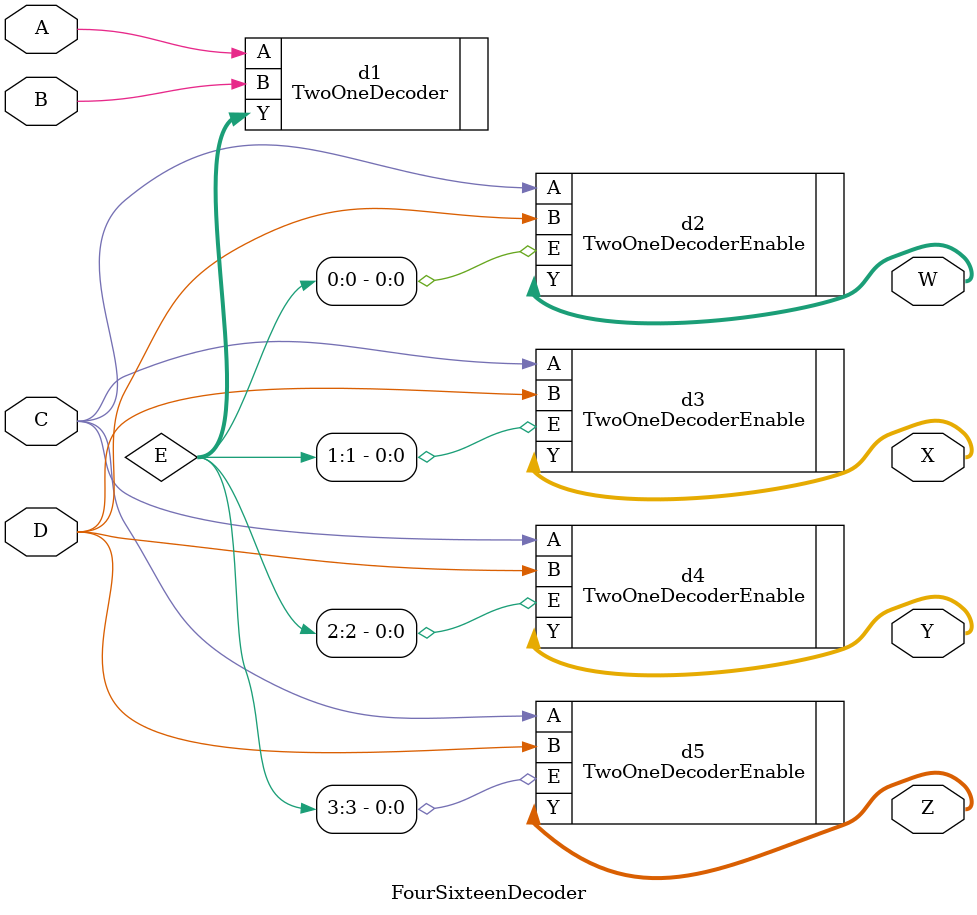
<source format=v>
`timescale 1ns / 1ps


module FourSixteenDecoder(
    input A,
    input B,
    input C,
    input D,
    output [3:0]W,
    output [3:0]X,
    output [3:0]Y,
    output [3:0]Z
    );
    wire [3:0]E;
    //In the parenthesis is from the current file
    //Next to the period is from the referenced file
    TwoOneDecoder d1(.A(A),.B(B),.Y(E));
    TwoOneDecoderEnable d2(.A(C),.B(D),.E(E[0]),.Y(W));
    TwoOneDecoderEnable d3(.A(C),.B(D),.E(E[1]),.Y(X));
    TwoOneDecoderEnable d4(.A(C),.B(D),.E(E[2]),.Y(Y));
    TwoOneDecoderEnable d5(.A(C),.B(D),.E(E[3]),.Y(Z));
endmodule

</source>
